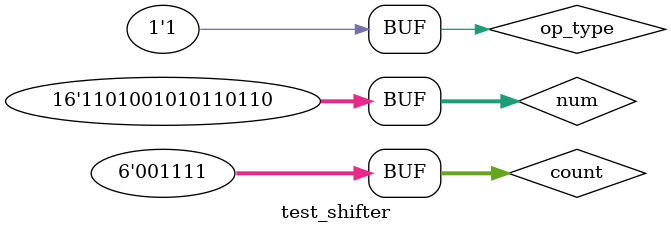
<source format=v>
`timescale 1ns / 1ps


module test_shifter;

	// Inputs
	reg [15:0] num;
	reg [5:0] count;
	reg op_type;

	// Outputs
	wire [15:0] o;

	// Instantiate the Unit Under Test (UUT)
	Shift16 uut (
		.num(num), 
		.count(count), 
		.op_type(op_type), 
		.o(o)
	);

	initial begin
		// Initialize Inputs
		num = 0;
		count = 0;
		op_type = 0;

		// Wait 100 ns for global reset to finish
		#100;
		$monitor(   "%g num= %b count= %d o= %b optype =%d ",    $time, num, $signed(count),o , op_type);

      $display("Arithmatic Shifter" );
		#200; 
		num = 16'b1101001010110110;
		
		
		count =-16 ;
		
		#200; 
		count =-15 ;
		
		#200; 
		count= -14 ;
		
		#200; 
		count =-13 ;
		
		#200; 
		count =-12 ;
		
		#200; 
		count =-11 ;
				
		#200; 
		count= -10 ;	
				
		#200; 
		count= -9 ;
				
		#200; 
		count= -8 ;
				
		#200; 
		count= -7 ;
				
		#200; 
		count= -6 ;
				
		#200; 
		count= -5 ;
				
		#200; 
		count= -4 ;
				
		#200; 
		count= -3 ;
				
		#200; 
		count= -2 ;
				
		#200; 
		count= -1 ;
			
		#200; 
		count= 0;	

		#200; 
		count= 1;	

		#200; 
		count= 2;			
		
		#200; 
		count= 3 ;
		
		#200; 
		count= 4 ;
		
		#200; 
		count= 5 ;
				
		#200; 
		count= 6 ;
					
		#200; 
		count= 7 ;
		
		#200; 
		count= 8 ;
		
		#200; 
		count= 9 ;
		
		#200; 
		count= 10 ;

		#200; 
		count= 11 ;
		
		#200; 
		count= 12 ;
		
		#200; 
		count= 13 ;
		
		#200; 
		count= 14 ;
		
		#200; 
		count= 15 ;
		
		
		
		#200; 
		$display("Logical Shifter" );
		num = 16'b1101001010110110;
		op_type = 1'b1;	
		count =-16 ;
		
		#200; 
		count =-15 ;
		
		#200; 
		count= -14 ;
		
		#200; 
		count =-13 ;
		
		#200; 
		count =-12 ;
		
		#200; 
		count =-11 ;
				
		#200; 
		count= -10 ;	
				
		#200; 
		count= -9 ;
				
		#200; 
		count= -8 ;
				
		#200; 
		count= -7 ;
				
		#200; 
		count= -6 ;
				
		#200; 
		count= -5 ;
				
		#200; 
		count= -4 ;
				
		#200; 
		count= -3 ;
				
		#200; 
		count= -2 ;
				
		#200; 
		count= -1 ;
			
		#200; 
		count= 0;	

		#200; 
		count= 1;	

		#200; 
		count= 2;			
		
		#200; 
		count= 3 ;
		
		#200; 
		count= 4 ;
		
		#200; 
		count= 5 ;
				
		#200; 
		count= 6 ;
					
		#200; 
		count= 7 ;
		
		#200; 
		count= 8 ;
		
		#200; 
		count= 9 ;
		
		#200; 
		count= 10 ;

		#200; 
		count= 11 ;
		
		#200; 
		count= 12 ;
		
		#200; 
		count= 13 ;
		
		#200; 
		count= 14 ;
		
		#200; 
		count= 15 ;
		

	end
      
endmodule


</source>
